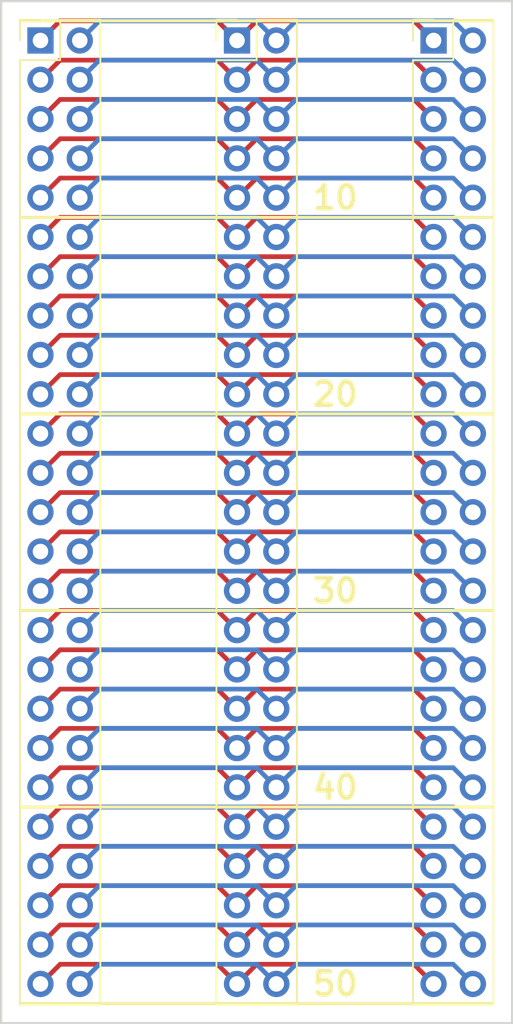
<source format=kicad_pcb>
(kicad_pcb (version 4) (host pcbnew 4.0.5)

  (general
    (links 100)
    (no_connects 0)
    (area 111.684999 63.424999 144.855001 129.615001)
    (thickness 1.6)
    (drawings 15)
    (tracks 304)
    (zones 0)
    (modules 3)
    (nets 51)
  )

  (page A4)
  (layers
    (0 F.Cu signal)
    (31 B.Cu signal)
    (32 B.Adhes user)
    (33 F.Adhes user)
    (34 B.Paste user)
    (35 F.Paste user)
    (36 B.SilkS user)
    (37 F.SilkS user)
    (38 B.Mask user)
    (39 F.Mask user)
    (40 Dwgs.User user)
    (41 Cmts.User user)
    (42 Eco1.User user)
    (43 Eco2.User user)
    (44 Edge.Cuts user)
    (45 Margin user)
    (46 B.CrtYd user)
    (47 F.CrtYd user)
    (48 B.Fab user)
    (49 F.Fab user)
  )

  (setup
    (last_trace_width 0.3048)
    (user_trace_width 0.3048)
    (trace_clearance 0.2)
    (zone_clearance 0.508)
    (zone_45_only no)
    (trace_min 0.2)
    (segment_width 0.2)
    (edge_width 0.15)
    (via_size 0.6)
    (via_drill 0.4)
    (via_min_size 0.4)
    (via_min_drill 0.3)
    (uvia_size 0.3)
    (uvia_drill 0.1)
    (uvias_allowed no)
    (uvia_min_size 0.2)
    (uvia_min_drill 0.1)
    (pcb_text_width 0.3)
    (pcb_text_size 1.5 1.5)
    (mod_edge_width 0.15)
    (mod_text_size 1 1)
    (mod_text_width 0.15)
    (pad_size 1.524 1.524)
    (pad_drill 0.762)
    (pad_to_mask_clearance 0.2)
    (aux_axis_origin 0 0)
    (visible_elements FFFFFF7F)
    (pcbplotparams
      (layerselection 0x00030_80000001)
      (usegerberextensions false)
      (excludeedgelayer true)
      (linewidth 0.100000)
      (plotframeref false)
      (viasonmask false)
      (mode 1)
      (useauxorigin false)
      (hpglpennumber 1)
      (hpglpenspeed 20)
      (hpglpendiameter 15)
      (hpglpenoverlay 2)
      (psnegative false)
      (psa4output false)
      (plotreference true)
      (plotvalue true)
      (plotinvisibletext false)
      (padsonsilk false)
      (subtractmaskfromsilk false)
      (outputformat 1)
      (mirror false)
      (drillshape 1)
      (scaleselection 1)
      (outputdirectory ""))
  )

  (net 0 "")
  (net 1 p1)
  (net 2 p2)
  (net 3 p3)
  (net 4 p4)
  (net 5 p5)
  (net 6 p6)
  (net 7 p7)
  (net 8 p8)
  (net 9 p9)
  (net 10 p10)
  (net 11 p11)
  (net 12 p12)
  (net 13 p13)
  (net 14 p14)
  (net 15 p15)
  (net 16 p16)
  (net 17 p17)
  (net 18 p18)
  (net 19 p19)
  (net 20 p20)
  (net 21 p21)
  (net 22 p22)
  (net 23 p23)
  (net 24 p24)
  (net 25 p25)
  (net 26 p26)
  (net 27 p27)
  (net 28 p28)
  (net 29 p29)
  (net 30 p30)
  (net 31 p31)
  (net 32 p32)
  (net 33 p33)
  (net 34 p34)
  (net 35 p35)
  (net 36 p36)
  (net 37 p37)
  (net 38 p38)
  (net 39 p39)
  (net 40 p40)
  (net 41 p41)
  (net 42 p42)
  (net 43 p43)
  (net 44 p44)
  (net 45 p45)
  (net 46 p46)
  (net 47 p47)
  (net 48 p48)
  (net 49 p49)
  (net 50 p50)

  (net_class Default "This is the default net class."
    (clearance 0.2)
    (trace_width 0.25)
    (via_dia 0.6)
    (via_drill 0.4)
    (uvia_dia 0.3)
    (uvia_drill 0.1)
    (add_net p1)
    (add_net p10)
    (add_net p11)
    (add_net p12)
    (add_net p13)
    (add_net p14)
    (add_net p15)
    (add_net p16)
    (add_net p17)
    (add_net p18)
    (add_net p19)
    (add_net p2)
    (add_net p20)
    (add_net p21)
    (add_net p22)
    (add_net p23)
    (add_net p24)
    (add_net p25)
    (add_net p26)
    (add_net p27)
    (add_net p28)
    (add_net p29)
    (add_net p3)
    (add_net p30)
    (add_net p31)
    (add_net p32)
    (add_net p33)
    (add_net p34)
    (add_net p35)
    (add_net p36)
    (add_net p37)
    (add_net p38)
    (add_net p39)
    (add_net p4)
    (add_net p40)
    (add_net p41)
    (add_net p42)
    (add_net p43)
    (add_net p44)
    (add_net p45)
    (add_net p46)
    (add_net p47)
    (add_net p48)
    (add_net p49)
    (add_net p5)
    (add_net p50)
    (add_net p6)
    (add_net p7)
    (add_net p8)
    (add_net p9)
  )

  (module Pin_Headers:Pin_Header_Straight_2x25_Pitch2.54mm (layer F.Cu) (tedit 5E515013) (tstamp 5E514C0E)
    (at 114.3 66.04)
    (descr "Through hole straight pin header, 2x25, 2.54mm pitch, double rows")
    (tags "Through hole pin header THT 2x25 2.54mm double row")
    (path /5E514DBB)
    (fp_text reference P1 (at 5.08 0) (layer F.SilkS) hide
      (effects (font (size 1 1) (thickness 0.15)))
    )
    (fp_text value CONN_02X25 (at 5.08 49.53 90) (layer F.Fab)
      (effects (font (size 1 1) (thickness 0.15)))
    )
    (fp_line (start 0 -1.27) (end 3.81 -1.27) (layer F.Fab) (width 0.1))
    (fp_line (start 3.81 -1.27) (end 3.81 62.23) (layer F.Fab) (width 0.1))
    (fp_line (start 3.81 62.23) (end -1.27 62.23) (layer F.Fab) (width 0.1))
    (fp_line (start -1.27 62.23) (end -1.27 0) (layer F.Fab) (width 0.1))
    (fp_line (start -1.27 0) (end 0 -1.27) (layer F.Fab) (width 0.1))
    (fp_line (start -1.33 62.29) (end 3.87 62.29) (layer F.SilkS) (width 0.12))
    (fp_line (start -1.33 1.27) (end -1.33 62.29) (layer F.SilkS) (width 0.12))
    (fp_line (start 3.87 -1.33) (end 3.87 62.29) (layer F.SilkS) (width 0.12))
    (fp_line (start -1.33 1.27) (end 1.27 1.27) (layer F.SilkS) (width 0.12))
    (fp_line (start 1.27 1.27) (end 1.27 -1.33) (layer F.SilkS) (width 0.12))
    (fp_line (start 1.27 -1.33) (end 3.87 -1.33) (layer F.SilkS) (width 0.12))
    (fp_line (start -1.33 0) (end -1.33 -1.33) (layer F.SilkS) (width 0.12))
    (fp_line (start -1.33 -1.33) (end 0 -1.33) (layer F.SilkS) (width 0.12))
    (fp_line (start -1.8 -1.8) (end -1.8 62.75) (layer F.CrtYd) (width 0.05))
    (fp_line (start -1.8 62.75) (end 4.35 62.75) (layer F.CrtYd) (width 0.05))
    (fp_line (start 4.35 62.75) (end 4.35 -1.8) (layer F.CrtYd) (width 0.05))
    (fp_line (start 4.35 -1.8) (end -1.8 -1.8) (layer F.CrtYd) (width 0.05))
    (fp_text user %R (at 1.27 30.48 90) (layer F.Fab)
      (effects (font (size 1 1) (thickness 0.15)))
    )
    (pad 1 thru_hole rect (at 0 0) (size 1.7 1.7) (drill 1) (layers *.Cu *.Mask)
      (net 1 p1))
    (pad 2 thru_hole oval (at 2.54 0) (size 1.7 1.7) (drill 1) (layers *.Cu *.Mask)
      (net 2 p2))
    (pad 3 thru_hole oval (at 0 2.54) (size 1.7 1.7) (drill 1) (layers *.Cu *.Mask)
      (net 3 p3))
    (pad 4 thru_hole oval (at 2.54 2.54) (size 1.7 1.7) (drill 1) (layers *.Cu *.Mask)
      (net 4 p4))
    (pad 5 thru_hole oval (at 0 5.08) (size 1.7 1.7) (drill 1) (layers *.Cu *.Mask)
      (net 5 p5))
    (pad 6 thru_hole oval (at 2.54 5.08) (size 1.7 1.7) (drill 1) (layers *.Cu *.Mask)
      (net 6 p6))
    (pad 7 thru_hole oval (at 0 7.62) (size 1.7 1.7) (drill 1) (layers *.Cu *.Mask)
      (net 7 p7))
    (pad 8 thru_hole oval (at 2.54 7.62) (size 1.7 1.7) (drill 1) (layers *.Cu *.Mask)
      (net 8 p8))
    (pad 9 thru_hole oval (at 0 10.16) (size 1.7 1.7) (drill 1) (layers *.Cu *.Mask)
      (net 9 p9))
    (pad 10 thru_hole oval (at 2.54 10.16) (size 1.7 1.7) (drill 1) (layers *.Cu *.Mask)
      (net 10 p10))
    (pad 11 thru_hole oval (at 0 12.7) (size 1.7 1.7) (drill 1) (layers *.Cu *.Mask)
      (net 11 p11))
    (pad 12 thru_hole oval (at 2.54 12.7) (size 1.7 1.7) (drill 1) (layers *.Cu *.Mask)
      (net 12 p12))
    (pad 13 thru_hole oval (at 0 15.24) (size 1.7 1.7) (drill 1) (layers *.Cu *.Mask)
      (net 13 p13))
    (pad 14 thru_hole oval (at 2.54 15.24) (size 1.7 1.7) (drill 1) (layers *.Cu *.Mask)
      (net 14 p14))
    (pad 15 thru_hole oval (at 0 17.78) (size 1.7 1.7) (drill 1) (layers *.Cu *.Mask)
      (net 15 p15))
    (pad 16 thru_hole oval (at 2.54 17.78) (size 1.7 1.7) (drill 1) (layers *.Cu *.Mask)
      (net 16 p16))
    (pad 17 thru_hole oval (at 0 20.32) (size 1.7 1.7) (drill 1) (layers *.Cu *.Mask)
      (net 17 p17))
    (pad 18 thru_hole oval (at 2.54 20.32) (size 1.7 1.7) (drill 1) (layers *.Cu *.Mask)
      (net 18 p18))
    (pad 19 thru_hole oval (at 0 22.86) (size 1.7 1.7) (drill 1) (layers *.Cu *.Mask)
      (net 19 p19))
    (pad 20 thru_hole oval (at 2.54 22.86) (size 1.7 1.7) (drill 1) (layers *.Cu *.Mask)
      (net 20 p20))
    (pad 21 thru_hole oval (at 0 25.4) (size 1.7 1.7) (drill 1) (layers *.Cu *.Mask)
      (net 21 p21))
    (pad 22 thru_hole oval (at 2.54 25.4) (size 1.7 1.7) (drill 1) (layers *.Cu *.Mask)
      (net 22 p22))
    (pad 23 thru_hole oval (at 0 27.94) (size 1.7 1.7) (drill 1) (layers *.Cu *.Mask)
      (net 23 p23))
    (pad 24 thru_hole oval (at 2.54 27.94) (size 1.7 1.7) (drill 1) (layers *.Cu *.Mask)
      (net 24 p24))
    (pad 25 thru_hole oval (at 0 30.48) (size 1.7 1.7) (drill 1) (layers *.Cu *.Mask)
      (net 25 p25))
    (pad 26 thru_hole oval (at 2.54 30.48) (size 1.7 1.7) (drill 1) (layers *.Cu *.Mask)
      (net 26 p26))
    (pad 27 thru_hole oval (at 0 33.02) (size 1.7 1.7) (drill 1) (layers *.Cu *.Mask)
      (net 27 p27))
    (pad 28 thru_hole oval (at 2.54 33.02) (size 1.7 1.7) (drill 1) (layers *.Cu *.Mask)
      (net 28 p28))
    (pad 29 thru_hole oval (at 0 35.56) (size 1.7 1.7) (drill 1) (layers *.Cu *.Mask)
      (net 29 p29))
    (pad 30 thru_hole oval (at 2.54 35.56) (size 1.7 1.7) (drill 1) (layers *.Cu *.Mask)
      (net 30 p30))
    (pad 31 thru_hole oval (at 0 38.1) (size 1.7 1.7) (drill 1) (layers *.Cu *.Mask)
      (net 31 p31))
    (pad 32 thru_hole oval (at 2.54 38.1) (size 1.7 1.7) (drill 1) (layers *.Cu *.Mask)
      (net 32 p32))
    (pad 33 thru_hole oval (at 0 40.64) (size 1.7 1.7) (drill 1) (layers *.Cu *.Mask)
      (net 33 p33))
    (pad 34 thru_hole oval (at 2.54 40.64) (size 1.7 1.7) (drill 1) (layers *.Cu *.Mask)
      (net 34 p34))
    (pad 35 thru_hole oval (at 0 43.18) (size 1.7 1.7) (drill 1) (layers *.Cu *.Mask)
      (net 35 p35))
    (pad 36 thru_hole oval (at 2.54 43.18) (size 1.7 1.7) (drill 1) (layers *.Cu *.Mask)
      (net 36 p36))
    (pad 37 thru_hole oval (at 0 45.72) (size 1.7 1.7) (drill 1) (layers *.Cu *.Mask)
      (net 37 p37))
    (pad 38 thru_hole oval (at 2.54 45.72) (size 1.7 1.7) (drill 1) (layers *.Cu *.Mask)
      (net 38 p38))
    (pad 39 thru_hole oval (at 0 48.26) (size 1.7 1.7) (drill 1) (layers *.Cu *.Mask)
      (net 39 p39))
    (pad 40 thru_hole oval (at 2.54 48.26) (size 1.7 1.7) (drill 1) (layers *.Cu *.Mask)
      (net 40 p40))
    (pad 41 thru_hole oval (at 0 50.8) (size 1.7 1.7) (drill 1) (layers *.Cu *.Mask)
      (net 41 p41))
    (pad 42 thru_hole oval (at 2.54 50.8) (size 1.7 1.7) (drill 1) (layers *.Cu *.Mask)
      (net 42 p42))
    (pad 43 thru_hole oval (at 0 53.34) (size 1.7 1.7) (drill 1) (layers *.Cu *.Mask)
      (net 43 p43))
    (pad 44 thru_hole oval (at 2.54 53.34) (size 1.7 1.7) (drill 1) (layers *.Cu *.Mask)
      (net 44 p44))
    (pad 45 thru_hole oval (at 0 55.88) (size 1.7 1.7) (drill 1) (layers *.Cu *.Mask)
      (net 45 p45))
    (pad 46 thru_hole oval (at 2.54 55.88) (size 1.7 1.7) (drill 1) (layers *.Cu *.Mask)
      (net 46 p46))
    (pad 47 thru_hole oval (at 0 58.42) (size 1.7 1.7) (drill 1) (layers *.Cu *.Mask)
      (net 47 p47))
    (pad 48 thru_hole oval (at 2.54 58.42) (size 1.7 1.7) (drill 1) (layers *.Cu *.Mask)
      (net 48 p48))
    (pad 49 thru_hole oval (at 0 60.96) (size 1.7 1.7) (drill 1) (layers *.Cu *.Mask)
      (net 49 p49))
    (pad 50 thru_hole oval (at 2.54 60.96) (size 1.7 1.7) (drill 1) (layers *.Cu *.Mask)
      (net 50 p50))
    (model ${KISYS3DMOD}/Pin_Headers.3dshapes/Pin_Header_Straight_2x25_Pitch2.54mm.wrl
      (at (xyz 0 0 0))
      (scale (xyz 1 1 1))
      (rotate (xyz 0 0 0))
    )
  )

  (module Pin_Headers:Pin_Header_Straight_2x25_Pitch2.54mm (layer F.Cu) (tedit 5E515020) (tstamp 5E514C44)
    (at 127 66.04)
    (descr "Through hole straight pin header, 2x25, 2.54mm pitch, double rows")
    (tags "Through hole pin header THT 2x25 2.54mm double row")
    (path /5E5146D4)
    (fp_text reference P2 (at 5.08 0) (layer F.SilkS) hide
      (effects (font (size 1 1) (thickness 0.15)))
    )
    (fp_text value CONN_02X25 (at -2.54 49.53 90) (layer F.Fab)
      (effects (font (size 1 1) (thickness 0.15)))
    )
    (fp_line (start 0 -1.27) (end 3.81 -1.27) (layer F.Fab) (width 0.1))
    (fp_line (start 3.81 -1.27) (end 3.81 62.23) (layer F.Fab) (width 0.1))
    (fp_line (start 3.81 62.23) (end -1.27 62.23) (layer F.Fab) (width 0.1))
    (fp_line (start -1.27 62.23) (end -1.27 0) (layer F.Fab) (width 0.1))
    (fp_line (start -1.27 0) (end 0 -1.27) (layer F.Fab) (width 0.1))
    (fp_line (start -1.33 62.29) (end 3.87 62.29) (layer F.SilkS) (width 0.12))
    (fp_line (start -1.33 1.27) (end -1.33 62.29) (layer F.SilkS) (width 0.12))
    (fp_line (start 3.87 -1.33) (end 3.87 62.29) (layer F.SilkS) (width 0.12))
    (fp_line (start -1.33 1.27) (end 1.27 1.27) (layer F.SilkS) (width 0.12))
    (fp_line (start 1.27 1.27) (end 1.27 -1.33) (layer F.SilkS) (width 0.12))
    (fp_line (start 1.27 -1.33) (end 3.87 -1.33) (layer F.SilkS) (width 0.12))
    (fp_line (start -1.33 0) (end -1.33 -1.33) (layer F.SilkS) (width 0.12))
    (fp_line (start -1.33 -1.33) (end 0 -1.33) (layer F.SilkS) (width 0.12))
    (fp_line (start -1.8 -1.8) (end -1.8 62.75) (layer F.CrtYd) (width 0.05))
    (fp_line (start -1.8 62.75) (end 4.35 62.75) (layer F.CrtYd) (width 0.05))
    (fp_line (start 4.35 62.75) (end 4.35 -1.8) (layer F.CrtYd) (width 0.05))
    (fp_line (start 4.35 -1.8) (end -1.8 -1.8) (layer F.CrtYd) (width 0.05))
    (fp_text user %R (at 1.27 30.48 90) (layer F.Fab)
      (effects (font (size 1 1) (thickness 0.15)))
    )
    (pad 1 thru_hole rect (at 0 0) (size 1.7 1.7) (drill 1) (layers *.Cu *.Mask)
      (net 1 p1))
    (pad 2 thru_hole oval (at 2.54 0) (size 1.7 1.7) (drill 1) (layers *.Cu *.Mask)
      (net 2 p2))
    (pad 3 thru_hole oval (at 0 2.54) (size 1.7 1.7) (drill 1) (layers *.Cu *.Mask)
      (net 3 p3))
    (pad 4 thru_hole oval (at 2.54 2.54) (size 1.7 1.7) (drill 1) (layers *.Cu *.Mask)
      (net 4 p4))
    (pad 5 thru_hole oval (at 0 5.08) (size 1.7 1.7) (drill 1) (layers *.Cu *.Mask)
      (net 5 p5))
    (pad 6 thru_hole oval (at 2.54 5.08) (size 1.7 1.7) (drill 1) (layers *.Cu *.Mask)
      (net 6 p6))
    (pad 7 thru_hole oval (at 0 7.62) (size 1.7 1.7) (drill 1) (layers *.Cu *.Mask)
      (net 7 p7))
    (pad 8 thru_hole oval (at 2.54 7.62) (size 1.7 1.7) (drill 1) (layers *.Cu *.Mask)
      (net 8 p8))
    (pad 9 thru_hole oval (at 0 10.16) (size 1.7 1.7) (drill 1) (layers *.Cu *.Mask)
      (net 9 p9))
    (pad 10 thru_hole oval (at 2.54 10.16) (size 1.7 1.7) (drill 1) (layers *.Cu *.Mask)
      (net 10 p10))
    (pad 11 thru_hole oval (at 0 12.7) (size 1.7 1.7) (drill 1) (layers *.Cu *.Mask)
      (net 11 p11))
    (pad 12 thru_hole oval (at 2.54 12.7) (size 1.7 1.7) (drill 1) (layers *.Cu *.Mask)
      (net 12 p12))
    (pad 13 thru_hole oval (at 0 15.24) (size 1.7 1.7) (drill 1) (layers *.Cu *.Mask)
      (net 13 p13))
    (pad 14 thru_hole oval (at 2.54 15.24) (size 1.7 1.7) (drill 1) (layers *.Cu *.Mask)
      (net 14 p14))
    (pad 15 thru_hole oval (at 0 17.78) (size 1.7 1.7) (drill 1) (layers *.Cu *.Mask)
      (net 15 p15))
    (pad 16 thru_hole oval (at 2.54 17.78) (size 1.7 1.7) (drill 1) (layers *.Cu *.Mask)
      (net 16 p16))
    (pad 17 thru_hole oval (at 0 20.32) (size 1.7 1.7) (drill 1) (layers *.Cu *.Mask)
      (net 17 p17))
    (pad 18 thru_hole oval (at 2.54 20.32) (size 1.7 1.7) (drill 1) (layers *.Cu *.Mask)
      (net 18 p18))
    (pad 19 thru_hole oval (at 0 22.86) (size 1.7 1.7) (drill 1) (layers *.Cu *.Mask)
      (net 19 p19))
    (pad 20 thru_hole oval (at 2.54 22.86) (size 1.7 1.7) (drill 1) (layers *.Cu *.Mask)
      (net 20 p20))
    (pad 21 thru_hole oval (at 0 25.4) (size 1.7 1.7) (drill 1) (layers *.Cu *.Mask)
      (net 21 p21))
    (pad 22 thru_hole oval (at 2.54 25.4) (size 1.7 1.7) (drill 1) (layers *.Cu *.Mask)
      (net 22 p22))
    (pad 23 thru_hole oval (at 0 27.94) (size 1.7 1.7) (drill 1) (layers *.Cu *.Mask)
      (net 23 p23))
    (pad 24 thru_hole oval (at 2.54 27.94) (size 1.7 1.7) (drill 1) (layers *.Cu *.Mask)
      (net 24 p24))
    (pad 25 thru_hole oval (at 0 30.48) (size 1.7 1.7) (drill 1) (layers *.Cu *.Mask)
      (net 25 p25))
    (pad 26 thru_hole oval (at 2.54 30.48) (size 1.7 1.7) (drill 1) (layers *.Cu *.Mask)
      (net 26 p26))
    (pad 27 thru_hole oval (at 0 33.02) (size 1.7 1.7) (drill 1) (layers *.Cu *.Mask)
      (net 27 p27))
    (pad 28 thru_hole oval (at 2.54 33.02) (size 1.7 1.7) (drill 1) (layers *.Cu *.Mask)
      (net 28 p28))
    (pad 29 thru_hole oval (at 0 35.56) (size 1.7 1.7) (drill 1) (layers *.Cu *.Mask)
      (net 29 p29))
    (pad 30 thru_hole oval (at 2.54 35.56) (size 1.7 1.7) (drill 1) (layers *.Cu *.Mask)
      (net 30 p30))
    (pad 31 thru_hole oval (at 0 38.1) (size 1.7 1.7) (drill 1) (layers *.Cu *.Mask)
      (net 31 p31))
    (pad 32 thru_hole oval (at 2.54 38.1) (size 1.7 1.7) (drill 1) (layers *.Cu *.Mask)
      (net 32 p32))
    (pad 33 thru_hole oval (at 0 40.64) (size 1.7 1.7) (drill 1) (layers *.Cu *.Mask)
      (net 33 p33))
    (pad 34 thru_hole oval (at 2.54 40.64) (size 1.7 1.7) (drill 1) (layers *.Cu *.Mask)
      (net 34 p34))
    (pad 35 thru_hole oval (at 0 43.18) (size 1.7 1.7) (drill 1) (layers *.Cu *.Mask)
      (net 35 p35))
    (pad 36 thru_hole oval (at 2.54 43.18) (size 1.7 1.7) (drill 1) (layers *.Cu *.Mask)
      (net 36 p36))
    (pad 37 thru_hole oval (at 0 45.72) (size 1.7 1.7) (drill 1) (layers *.Cu *.Mask)
      (net 37 p37))
    (pad 38 thru_hole oval (at 2.54 45.72) (size 1.7 1.7) (drill 1) (layers *.Cu *.Mask)
      (net 38 p38))
    (pad 39 thru_hole oval (at 0 48.26) (size 1.7 1.7) (drill 1) (layers *.Cu *.Mask)
      (net 39 p39))
    (pad 40 thru_hole oval (at 2.54 48.26) (size 1.7 1.7) (drill 1) (layers *.Cu *.Mask)
      (net 40 p40))
    (pad 41 thru_hole oval (at 0 50.8) (size 1.7 1.7) (drill 1) (layers *.Cu *.Mask)
      (net 41 p41))
    (pad 42 thru_hole oval (at 2.54 50.8) (size 1.7 1.7) (drill 1) (layers *.Cu *.Mask)
      (net 42 p42))
    (pad 43 thru_hole oval (at 0 53.34) (size 1.7 1.7) (drill 1) (layers *.Cu *.Mask)
      (net 43 p43))
    (pad 44 thru_hole oval (at 2.54 53.34) (size 1.7 1.7) (drill 1) (layers *.Cu *.Mask)
      (net 44 p44))
    (pad 45 thru_hole oval (at 0 55.88) (size 1.7 1.7) (drill 1) (layers *.Cu *.Mask)
      (net 45 p45))
    (pad 46 thru_hole oval (at 2.54 55.88) (size 1.7 1.7) (drill 1) (layers *.Cu *.Mask)
      (net 46 p46))
    (pad 47 thru_hole oval (at 0 58.42) (size 1.7 1.7) (drill 1) (layers *.Cu *.Mask)
      (net 47 p47))
    (pad 48 thru_hole oval (at 2.54 58.42) (size 1.7 1.7) (drill 1) (layers *.Cu *.Mask)
      (net 48 p48))
    (pad 49 thru_hole oval (at 0 60.96) (size 1.7 1.7) (drill 1) (layers *.Cu *.Mask)
      (net 49 p49))
    (pad 50 thru_hole oval (at 2.54 60.96) (size 1.7 1.7) (drill 1) (layers *.Cu *.Mask)
      (net 50 p50))
    (model ${KISYS3DMOD}/Pin_Headers.3dshapes/Pin_Header_Straight_2x25_Pitch2.54mm.wrl
      (at (xyz 0 0 0))
      (scale (xyz 1 1 1))
      (rotate (xyz 0 0 0))
    )
  )

  (module Pin_Headers:Pin_Header_Straight_2x25_Pitch2.54mm (layer F.Cu) (tedit 5E515028) (tstamp 5E514C7A)
    (at 139.7 66.04)
    (descr "Through hole straight pin header, 2x25, 2.54mm pitch, double rows")
    (tags "Through hole pin header THT 2x25 2.54mm double row")
    (path /5E514E52)
    (fp_text reference P3 (at -2.54 0) (layer F.SilkS) hide
      (effects (font (size 1 1) (thickness 0.15)))
    )
    (fp_text value CONN_02X25 (at -2.54 49.53 90) (layer F.Fab)
      (effects (font (size 1 1) (thickness 0.15)))
    )
    (fp_line (start 0 -1.27) (end 3.81 -1.27) (layer F.Fab) (width 0.1))
    (fp_line (start 3.81 -1.27) (end 3.81 62.23) (layer F.Fab) (width 0.1))
    (fp_line (start 3.81 62.23) (end -1.27 62.23) (layer F.Fab) (width 0.1))
    (fp_line (start -1.27 62.23) (end -1.27 0) (layer F.Fab) (width 0.1))
    (fp_line (start -1.27 0) (end 0 -1.27) (layer F.Fab) (width 0.1))
    (fp_line (start -1.33 62.29) (end 3.87 62.29) (layer F.SilkS) (width 0.12))
    (fp_line (start -1.33 1.27) (end -1.33 62.29) (layer F.SilkS) (width 0.12))
    (fp_line (start 3.87 -1.33) (end 3.87 62.29) (layer F.SilkS) (width 0.12))
    (fp_line (start -1.33 1.27) (end 1.27 1.27) (layer F.SilkS) (width 0.12))
    (fp_line (start 1.27 1.27) (end 1.27 -1.33) (layer F.SilkS) (width 0.12))
    (fp_line (start 1.27 -1.33) (end 3.87 -1.33) (layer F.SilkS) (width 0.12))
    (fp_line (start -1.33 0) (end -1.33 -1.33) (layer F.SilkS) (width 0.12))
    (fp_line (start -1.33 -1.33) (end 0 -1.33) (layer F.SilkS) (width 0.12))
    (fp_line (start -1.8 -1.8) (end -1.8 62.75) (layer F.CrtYd) (width 0.05))
    (fp_line (start -1.8 62.75) (end 4.35 62.75) (layer F.CrtYd) (width 0.05))
    (fp_line (start 4.35 62.75) (end 4.35 -1.8) (layer F.CrtYd) (width 0.05))
    (fp_line (start 4.35 -1.8) (end -1.8 -1.8) (layer F.CrtYd) (width 0.05))
    (fp_text user %R (at 1.27 30.48 90) (layer F.Fab)
      (effects (font (size 1 1) (thickness 0.15)))
    )
    (pad 1 thru_hole rect (at 0 0) (size 1.7 1.7) (drill 1) (layers *.Cu *.Mask)
      (net 1 p1))
    (pad 2 thru_hole oval (at 2.54 0) (size 1.7 1.7) (drill 1) (layers *.Cu *.Mask)
      (net 2 p2))
    (pad 3 thru_hole oval (at 0 2.54) (size 1.7 1.7) (drill 1) (layers *.Cu *.Mask)
      (net 3 p3))
    (pad 4 thru_hole oval (at 2.54 2.54) (size 1.7 1.7) (drill 1) (layers *.Cu *.Mask)
      (net 4 p4))
    (pad 5 thru_hole oval (at 0 5.08) (size 1.7 1.7) (drill 1) (layers *.Cu *.Mask)
      (net 5 p5))
    (pad 6 thru_hole oval (at 2.54 5.08) (size 1.7 1.7) (drill 1) (layers *.Cu *.Mask)
      (net 6 p6))
    (pad 7 thru_hole oval (at 0 7.62) (size 1.7 1.7) (drill 1) (layers *.Cu *.Mask)
      (net 7 p7))
    (pad 8 thru_hole oval (at 2.54 7.62) (size 1.7 1.7) (drill 1) (layers *.Cu *.Mask)
      (net 8 p8))
    (pad 9 thru_hole oval (at 0 10.16) (size 1.7 1.7) (drill 1) (layers *.Cu *.Mask)
      (net 9 p9))
    (pad 10 thru_hole oval (at 2.54 10.16) (size 1.7 1.7) (drill 1) (layers *.Cu *.Mask)
      (net 10 p10))
    (pad 11 thru_hole oval (at 0 12.7) (size 1.7 1.7) (drill 1) (layers *.Cu *.Mask)
      (net 11 p11))
    (pad 12 thru_hole oval (at 2.54 12.7) (size 1.7 1.7) (drill 1) (layers *.Cu *.Mask)
      (net 12 p12))
    (pad 13 thru_hole oval (at 0 15.24) (size 1.7 1.7) (drill 1) (layers *.Cu *.Mask)
      (net 13 p13))
    (pad 14 thru_hole oval (at 2.54 15.24) (size 1.7 1.7) (drill 1) (layers *.Cu *.Mask)
      (net 14 p14))
    (pad 15 thru_hole oval (at 0 17.78) (size 1.7 1.7) (drill 1) (layers *.Cu *.Mask)
      (net 15 p15))
    (pad 16 thru_hole oval (at 2.54 17.78) (size 1.7 1.7) (drill 1) (layers *.Cu *.Mask)
      (net 16 p16))
    (pad 17 thru_hole oval (at 0 20.32) (size 1.7 1.7) (drill 1) (layers *.Cu *.Mask)
      (net 17 p17))
    (pad 18 thru_hole oval (at 2.54 20.32) (size 1.7 1.7) (drill 1) (layers *.Cu *.Mask)
      (net 18 p18))
    (pad 19 thru_hole oval (at 0 22.86) (size 1.7 1.7) (drill 1) (layers *.Cu *.Mask)
      (net 19 p19))
    (pad 20 thru_hole oval (at 2.54 22.86) (size 1.7 1.7) (drill 1) (layers *.Cu *.Mask)
      (net 20 p20))
    (pad 21 thru_hole oval (at 0 25.4) (size 1.7 1.7) (drill 1) (layers *.Cu *.Mask)
      (net 21 p21))
    (pad 22 thru_hole oval (at 2.54 25.4) (size 1.7 1.7) (drill 1) (layers *.Cu *.Mask)
      (net 22 p22))
    (pad 23 thru_hole oval (at 0 27.94) (size 1.7 1.7) (drill 1) (layers *.Cu *.Mask)
      (net 23 p23))
    (pad 24 thru_hole oval (at 2.54 27.94) (size 1.7 1.7) (drill 1) (layers *.Cu *.Mask)
      (net 24 p24))
    (pad 25 thru_hole oval (at 0 30.48) (size 1.7 1.7) (drill 1) (layers *.Cu *.Mask)
      (net 25 p25))
    (pad 26 thru_hole oval (at 2.54 30.48) (size 1.7 1.7) (drill 1) (layers *.Cu *.Mask)
      (net 26 p26))
    (pad 27 thru_hole oval (at 0 33.02) (size 1.7 1.7) (drill 1) (layers *.Cu *.Mask)
      (net 27 p27))
    (pad 28 thru_hole oval (at 2.54 33.02) (size 1.7 1.7) (drill 1) (layers *.Cu *.Mask)
      (net 28 p28))
    (pad 29 thru_hole oval (at 0 35.56) (size 1.7 1.7) (drill 1) (layers *.Cu *.Mask)
      (net 29 p29))
    (pad 30 thru_hole oval (at 2.54 35.56) (size 1.7 1.7) (drill 1) (layers *.Cu *.Mask)
      (net 30 p30))
    (pad 31 thru_hole oval (at 0 38.1) (size 1.7 1.7) (drill 1) (layers *.Cu *.Mask)
      (net 31 p31))
    (pad 32 thru_hole oval (at 2.54 38.1) (size 1.7 1.7) (drill 1) (layers *.Cu *.Mask)
      (net 32 p32))
    (pad 33 thru_hole oval (at 0 40.64) (size 1.7 1.7) (drill 1) (layers *.Cu *.Mask)
      (net 33 p33))
    (pad 34 thru_hole oval (at 2.54 40.64) (size 1.7 1.7) (drill 1) (layers *.Cu *.Mask)
      (net 34 p34))
    (pad 35 thru_hole oval (at 0 43.18) (size 1.7 1.7) (drill 1) (layers *.Cu *.Mask)
      (net 35 p35))
    (pad 36 thru_hole oval (at 2.54 43.18) (size 1.7 1.7) (drill 1) (layers *.Cu *.Mask)
      (net 36 p36))
    (pad 37 thru_hole oval (at 0 45.72) (size 1.7 1.7) (drill 1) (layers *.Cu *.Mask)
      (net 37 p37))
    (pad 38 thru_hole oval (at 2.54 45.72) (size 1.7 1.7) (drill 1) (layers *.Cu *.Mask)
      (net 38 p38))
    (pad 39 thru_hole oval (at 0 48.26) (size 1.7 1.7) (drill 1) (layers *.Cu *.Mask)
      (net 39 p39))
    (pad 40 thru_hole oval (at 2.54 48.26) (size 1.7 1.7) (drill 1) (layers *.Cu *.Mask)
      (net 40 p40))
    (pad 41 thru_hole oval (at 0 50.8) (size 1.7 1.7) (drill 1) (layers *.Cu *.Mask)
      (net 41 p41))
    (pad 42 thru_hole oval (at 2.54 50.8) (size 1.7 1.7) (drill 1) (layers *.Cu *.Mask)
      (net 42 p42))
    (pad 43 thru_hole oval (at 0 53.34) (size 1.7 1.7) (drill 1) (layers *.Cu *.Mask)
      (net 43 p43))
    (pad 44 thru_hole oval (at 2.54 53.34) (size 1.7 1.7) (drill 1) (layers *.Cu *.Mask)
      (net 44 p44))
    (pad 45 thru_hole oval (at 0 55.88) (size 1.7 1.7) (drill 1) (layers *.Cu *.Mask)
      (net 45 p45))
    (pad 46 thru_hole oval (at 2.54 55.88) (size 1.7 1.7) (drill 1) (layers *.Cu *.Mask)
      (net 46 p46))
    (pad 47 thru_hole oval (at 0 58.42) (size 1.7 1.7) (drill 1) (layers *.Cu *.Mask)
      (net 47 p47))
    (pad 48 thru_hole oval (at 2.54 58.42) (size 1.7 1.7) (drill 1) (layers *.Cu *.Mask)
      (net 48 p48))
    (pad 49 thru_hole oval (at 0 60.96) (size 1.7 1.7) (drill 1) (layers *.Cu *.Mask)
      (net 49 p49))
    (pad 50 thru_hole oval (at 2.54 60.96) (size 1.7 1.7) (drill 1) (layers *.Cu *.Mask)
      (net 50 p50))
    (model ${KISYS3DMOD}/Pin_Headers.3dshapes/Pin_Header_Straight_2x25_Pitch2.54mm.wrl
      (at (xyz 0 0 0))
      (scale (xyz 1 1 1))
      (rotate (xyz 0 0 0))
    )
  )

  (gr_line (start 111.76 63.5) (end 111.76 129.54) (angle 90) (layer Edge.Cuts) (width 0.15))
  (gr_line (start 144.78 63.5) (end 111.76 63.5) (angle 90) (layer Edge.Cuts) (width 0.15))
  (gr_line (start 144.78 129.54) (end 144.78 63.5) (angle 90) (layer Edge.Cuts) (width 0.15))
  (gr_line (start 111.76 129.54) (end 144.78 129.54) (angle 90) (layer Edge.Cuts) (width 0.15))
  (gr_line (start 113.03 128.27) (end 143.51 128.27) (angle 90) (layer F.SilkS) (width 0.2))
  (gr_line (start 113.03 64.77) (end 143.51 64.77) (angle 90) (layer F.SilkS) (width 0.2))
  (gr_text 50 (at 133.35 127) (layer F.SilkS)
    (effects (font (size 1.5 1.5) (thickness 0.3)))
  )
  (gr_text 40 (at 133.35 114.3) (layer F.SilkS)
    (effects (font (size 1.5 1.5) (thickness 0.3)))
  )
  (gr_text 30 (at 133.35 101.6) (layer F.SilkS)
    (effects (font (size 1.5 1.5) (thickness 0.3)))
  )
  (gr_text 20 (at 133.35 88.9) (layer F.SilkS)
    (effects (font (size 1.5 1.5) (thickness 0.3)))
  )
  (gr_text 10 (at 133.35 76.2) (layer F.SilkS)
    (effects (font (size 1.5 1.5) (thickness 0.3)))
  )
  (gr_line (start 113.03 115.57) (end 143.51 115.57) (angle 90) (layer F.SilkS) (width 0.2))
  (gr_line (start 113.03 102.87) (end 143.51 102.87) (angle 90) (layer F.SilkS) (width 0.2))
  (gr_line (start 113.03 90.17) (end 143.51 90.17) (angle 90) (layer F.SilkS) (width 0.2))
  (gr_line (start 113.03 77.47) (end 143.51 77.47) (angle 90) (layer F.SilkS) (width 0.2))

  (segment (start 114.3 66.04) (end 115.57 64.77) (width 0.3048) (layer F.Cu) (net 1) (status 400000))
  (segment (start 125.73 64.77) (end 127 66.04) (width 0.3048) (layer F.Cu) (net 1) (tstamp 5E514DC1) (status 800000))
  (segment (start 115.57 64.77) (end 125.73 64.77) (width 0.3048) (layer F.Cu) (net 1) (tstamp 5E514DC0))
  (segment (start 127 66.04) (end 128.27 64.77) (width 0.3048) (layer F.Cu) (net 1) (tstamp 5E514DC2) (status 400000))
  (segment (start 128.27 64.77) (end 138.43 64.77) (width 0.3048) (layer F.Cu) (net 1) (tstamp 5E514DC3))
  (segment (start 138.43 64.77) (end 139.7 66.04) (width 0.3048) (layer F.Cu) (net 1) (tstamp 5E514DC4) (status 800000))
  (segment (start 116.84 66.04) (end 118.11 64.77) (width 0.3048) (layer B.Cu) (net 2) (status 400000))
  (segment (start 128.27 64.77) (end 129.54 66.04) (width 0.3048) (layer B.Cu) (net 2) (tstamp 5E514E71) (status 800000))
  (segment (start 118.11 64.77) (end 128.27 64.77) (width 0.3048) (layer B.Cu) (net 2) (tstamp 5E514E70))
  (segment (start 129.54 66.04) (end 130.81 64.77) (width 0.3048) (layer B.Cu) (net 2) (tstamp 5E514E72) (status 400000))
  (segment (start 130.81 64.77) (end 140.97 64.77) (width 0.3048) (layer B.Cu) (net 2) (tstamp 5E514E73))
  (segment (start 140.97 64.77) (end 142.24 66.04) (width 0.3048) (layer B.Cu) (net 2) (tstamp 5E514E74) (status 800000))
  (segment (start 114.3 68.58) (end 115.57 67.31) (width 0.3048) (layer F.Cu) (net 3) (status 400000))
  (segment (start 125.73 67.31) (end 127 68.58) (width 0.3048) (layer F.Cu) (net 3) (tstamp 5E514DC8) (status 800000))
  (segment (start 115.57 67.31) (end 125.73 67.31) (width 0.3048) (layer F.Cu) (net 3) (tstamp 5E514DC7))
  (segment (start 127 68.58) (end 128.27 67.31) (width 0.3048) (layer F.Cu) (net 3) (tstamp 5E514DC9) (status 400000))
  (segment (start 128.27 67.31) (end 138.43 67.31) (width 0.3048) (layer F.Cu) (net 3) (tstamp 5E514DCA))
  (segment (start 138.43 67.31) (end 139.7 68.58) (width 0.3048) (layer F.Cu) (net 3) (tstamp 5E514DCB) (status 800000))
  (segment (start 116.84 68.58) (end 118.11 67.31) (width 0.3048) (layer B.Cu) (net 4) (status 400000))
  (segment (start 128.27 67.31) (end 129.54 68.58) (width 0.3048) (layer B.Cu) (net 4) (tstamp 5E514E78) (status 800000))
  (segment (start 118.11 67.31) (end 128.27 67.31) (width 0.3048) (layer B.Cu) (net 4) (tstamp 5E514E77))
  (segment (start 129.54 68.58) (end 130.81 67.31) (width 0.3048) (layer B.Cu) (net 4) (tstamp 5E514E79) (status 400000))
  (segment (start 130.81 67.31) (end 140.97 67.31) (width 0.3048) (layer B.Cu) (net 4) (tstamp 5E514E7A))
  (segment (start 140.97 67.31) (end 142.24 68.58) (width 0.3048) (layer B.Cu) (net 4) (tstamp 5E514E7B) (status 800000))
  (segment (start 114.3 71.12) (end 115.57 69.85) (width 0.3048) (layer F.Cu) (net 5) (status 400000))
  (segment (start 125.73 69.85) (end 127 71.12) (width 0.3048) (layer F.Cu) (net 5) (tstamp 5E514DCF) (status 800000))
  (segment (start 115.57 69.85) (end 125.73 69.85) (width 0.3048) (layer F.Cu) (net 5) (tstamp 5E514DCE))
  (segment (start 127 71.12) (end 128.27 69.85) (width 0.3048) (layer F.Cu) (net 5) (tstamp 5E514DD0) (status 400000))
  (segment (start 128.27 69.85) (end 138.43 69.85) (width 0.3048) (layer F.Cu) (net 5) (tstamp 5E514DD1))
  (segment (start 138.43 69.85) (end 139.7 71.12) (width 0.3048) (layer F.Cu) (net 5) (tstamp 5E514DD2) (status 800000))
  (segment (start 116.84 71.12) (end 118.11 69.85) (width 0.3048) (layer B.Cu) (net 6) (status 400000))
  (segment (start 128.27 69.85) (end 129.54 71.12) (width 0.3048) (layer B.Cu) (net 6) (tstamp 5E514E7F) (status 800000))
  (segment (start 118.11 69.85) (end 128.27 69.85) (width 0.3048) (layer B.Cu) (net 6) (tstamp 5E514E7E))
  (segment (start 129.54 71.12) (end 130.81 69.85) (width 0.3048) (layer B.Cu) (net 6) (tstamp 5E514E80) (status 400000))
  (segment (start 130.81 69.85) (end 140.97 69.85) (width 0.3048) (layer B.Cu) (net 6) (tstamp 5E514E81))
  (segment (start 140.97 69.85) (end 142.24 71.12) (width 0.3048) (layer B.Cu) (net 6) (tstamp 5E514E82) (status 800000))
  (segment (start 114.3 73.66) (end 115.57 72.39) (width 0.3048) (layer F.Cu) (net 7) (status 400000))
  (segment (start 125.73 72.39) (end 127 73.66) (width 0.3048) (layer F.Cu) (net 7) (tstamp 5E514DD6) (status 800000))
  (segment (start 115.57 72.39) (end 125.73 72.39) (width 0.3048) (layer F.Cu) (net 7) (tstamp 5E514DD5))
  (segment (start 127 73.66) (end 128.27 72.39) (width 0.3048) (layer F.Cu) (net 7) (tstamp 5E514DD7) (status 400000))
  (segment (start 128.27 72.39) (end 138.43 72.39) (width 0.3048) (layer F.Cu) (net 7) (tstamp 5E514DD8))
  (segment (start 138.43 72.39) (end 139.7 73.66) (width 0.3048) (layer F.Cu) (net 7) (tstamp 5E514DD9) (status 800000))
  (segment (start 116.84 73.66) (end 118.11 72.39) (width 0.3048) (layer B.Cu) (net 8) (status 400000))
  (segment (start 128.27 72.39) (end 129.54 73.66) (width 0.3048) (layer B.Cu) (net 8) (tstamp 5E514E86) (status 800000))
  (segment (start 118.11 72.39) (end 128.27 72.39) (width 0.3048) (layer B.Cu) (net 8) (tstamp 5E514E85))
  (segment (start 129.54 73.66) (end 130.81 72.39) (width 0.3048) (layer B.Cu) (net 8) (tstamp 5E514E87) (status 400000))
  (segment (start 130.81 72.39) (end 140.97 72.39) (width 0.3048) (layer B.Cu) (net 8) (tstamp 5E514E88))
  (segment (start 140.97 72.39) (end 142.24 73.66) (width 0.3048) (layer B.Cu) (net 8) (tstamp 5E514E89) (status 800000))
  (segment (start 114.3 76.2) (end 115.57 74.93) (width 0.3048) (layer F.Cu) (net 9) (status 400000))
  (segment (start 125.73 74.93) (end 127 76.2) (width 0.3048) (layer F.Cu) (net 9) (tstamp 5E514DDD) (status 800000))
  (segment (start 115.57 74.93) (end 125.73 74.93) (width 0.3048) (layer F.Cu) (net 9) (tstamp 5E514DDC))
  (segment (start 127 76.2) (end 128.27 74.93) (width 0.3048) (layer F.Cu) (net 9) (tstamp 5E514DDE) (status 400000))
  (segment (start 128.27 74.93) (end 138.43 74.93) (width 0.3048) (layer F.Cu) (net 9) (tstamp 5E514DDF))
  (segment (start 138.43 74.93) (end 139.7 76.2) (width 0.3048) (layer F.Cu) (net 9) (tstamp 5E514DE0) (status 800000))
  (segment (start 116.84 76.2) (end 118.11 74.93) (width 0.3048) (layer B.Cu) (net 10) (status 400000))
  (segment (start 128.27 74.93) (end 129.54 76.2) (width 0.3048) (layer B.Cu) (net 10) (tstamp 5E514E8D) (status 800000))
  (segment (start 118.11 74.93) (end 128.27 74.93) (width 0.3048) (layer B.Cu) (net 10) (tstamp 5E514E8C))
  (segment (start 129.54 76.2) (end 130.81 74.93) (width 0.3048) (layer B.Cu) (net 10) (tstamp 5E514E8E) (status 400000))
  (segment (start 130.81 74.93) (end 140.97 74.93) (width 0.3048) (layer B.Cu) (net 10) (tstamp 5E514E8F))
  (segment (start 140.97 74.93) (end 142.24 76.2) (width 0.3048) (layer B.Cu) (net 10) (tstamp 5E514E90) (status 800000))
  (segment (start 114.3 78.74) (end 115.57 77.47) (width 0.3048) (layer F.Cu) (net 11) (status 400000))
  (segment (start 125.73 77.47) (end 127 78.74) (width 0.3048) (layer F.Cu) (net 11) (tstamp 5E514DE4) (status 800000))
  (segment (start 115.57 77.47) (end 125.73 77.47) (width 0.3048) (layer F.Cu) (net 11) (tstamp 5E514DE3))
  (segment (start 127 78.74) (end 128.27 77.47) (width 0.3048) (layer F.Cu) (net 11) (tstamp 5E514DE5) (status 400000))
  (segment (start 128.27 77.47) (end 138.43 77.47) (width 0.3048) (layer F.Cu) (net 11) (tstamp 5E514DE6))
  (segment (start 138.43 77.47) (end 139.7 78.74) (width 0.3048) (layer F.Cu) (net 11) (tstamp 5E514DE7) (status 800000))
  (segment (start 116.84 78.74) (end 118.11 77.47) (width 0.3048) (layer B.Cu) (net 12) (status 400000))
  (segment (start 128.27 77.47) (end 129.54 78.74) (width 0.3048) (layer B.Cu) (net 12) (tstamp 5E514E94) (status 800000))
  (segment (start 118.11 77.47) (end 128.27 77.47) (width 0.3048) (layer B.Cu) (net 12) (tstamp 5E514E93))
  (segment (start 129.54 78.74) (end 130.81 77.47) (width 0.3048) (layer B.Cu) (net 12) (tstamp 5E514E95) (status 400000))
  (segment (start 130.81 77.47) (end 140.97 77.47) (width 0.3048) (layer B.Cu) (net 12) (tstamp 5E514E96))
  (segment (start 140.97 77.47) (end 142.24 78.74) (width 0.3048) (layer B.Cu) (net 12) (tstamp 5E514E97) (status 800000))
  (segment (start 114.3 81.28) (end 115.57 80.01) (width 0.3048) (layer F.Cu) (net 13) (status 400000))
  (segment (start 125.73 80.01) (end 127 81.28) (width 0.3048) (layer F.Cu) (net 13) (tstamp 5E514DEB) (status 800000))
  (segment (start 115.57 80.01) (end 125.73 80.01) (width 0.3048) (layer F.Cu) (net 13) (tstamp 5E514DEA))
  (segment (start 127 81.28) (end 128.27 80.01) (width 0.3048) (layer F.Cu) (net 13) (tstamp 5E514DED) (status 400000))
  (segment (start 128.27 80.01) (end 138.43 80.01) (width 0.3048) (layer F.Cu) (net 13) (tstamp 5E514DEE))
  (segment (start 138.43 80.01) (end 139.7 81.28) (width 0.3048) (layer F.Cu) (net 13) (tstamp 5E514DEF) (status 800000))
  (segment (start 116.84 81.28) (end 118.11 80.01) (width 0.3048) (layer B.Cu) (net 14) (status 400000))
  (segment (start 128.27 80.01) (end 129.54 81.28) (width 0.3048) (layer B.Cu) (net 14) (tstamp 5E514E9B) (status 800000))
  (segment (start 118.11 80.01) (end 128.27 80.01) (width 0.3048) (layer B.Cu) (net 14) (tstamp 5E514E9A))
  (segment (start 129.54 81.28) (end 130.81 80.01) (width 0.3048) (layer B.Cu) (net 14) (tstamp 5E514E9C) (status 400000))
  (segment (start 130.81 80.01) (end 140.97 80.01) (width 0.3048) (layer B.Cu) (net 14) (tstamp 5E514E9D))
  (segment (start 140.97 80.01) (end 142.24 81.28) (width 0.3048) (layer B.Cu) (net 14) (tstamp 5E514E9E) (status 800000))
  (segment (start 114.3 83.82) (end 115.57 82.55) (width 0.3048) (layer F.Cu) (net 15) (status 400000))
  (segment (start 125.73 82.55) (end 127 83.82) (width 0.3048) (layer F.Cu) (net 15) (tstamp 5E514DF3) (status 800000))
  (segment (start 115.57 82.55) (end 125.73 82.55) (width 0.3048) (layer F.Cu) (net 15) (tstamp 5E514DF2))
  (segment (start 127 83.82) (end 128.27 82.55) (width 0.3048) (layer F.Cu) (net 15) (tstamp 5E514DF4) (status 400000))
  (segment (start 128.27 82.55) (end 138.43 82.55) (width 0.3048) (layer F.Cu) (net 15) (tstamp 5E514DF5))
  (segment (start 138.43 82.55) (end 139.7 83.82) (width 0.3048) (layer F.Cu) (net 15) (tstamp 5E514DF6) (status 800000))
  (segment (start 116.84 83.82) (end 118.11 82.55) (width 0.3048) (layer B.Cu) (net 16) (status 400000))
  (segment (start 128.27 82.55) (end 129.54 83.82) (width 0.3048) (layer B.Cu) (net 16) (tstamp 5E514EA2) (status 800000))
  (segment (start 118.11 82.55) (end 128.27 82.55) (width 0.3048) (layer B.Cu) (net 16) (tstamp 5E514EA1))
  (segment (start 129.54 83.82) (end 130.81 82.55) (width 0.3048) (layer B.Cu) (net 16) (tstamp 5E514EA3) (status 400000))
  (segment (start 130.81 82.55) (end 140.97 82.55) (width 0.3048) (layer B.Cu) (net 16) (tstamp 5E514EA4))
  (segment (start 140.97 82.55) (end 142.24 83.82) (width 0.3048) (layer B.Cu) (net 16) (tstamp 5E514EA5) (status 800000))
  (segment (start 114.3 86.36) (end 115.57 85.09) (width 0.3048) (layer F.Cu) (net 17) (status 400000))
  (segment (start 125.73 85.09) (end 127 86.36) (width 0.3048) (layer F.Cu) (net 17) (tstamp 5E514DFA) (status 800000))
  (segment (start 115.57 85.09) (end 125.73 85.09) (width 0.3048) (layer F.Cu) (net 17) (tstamp 5E514DF9))
  (segment (start 127 86.36) (end 128.27 85.09) (width 0.3048) (layer F.Cu) (net 17) (tstamp 5E514DFB) (status 400000))
  (segment (start 128.27 85.09) (end 138.43 85.09) (width 0.3048) (layer F.Cu) (net 17) (tstamp 5E514DFC))
  (segment (start 138.43 85.09) (end 139.7 86.36) (width 0.3048) (layer F.Cu) (net 17) (tstamp 5E514DFD) (status 800000))
  (segment (start 116.84 86.36) (end 118.11 85.09) (width 0.3048) (layer B.Cu) (net 18) (status 400000))
  (segment (start 128.27 85.09) (end 129.54 86.36) (width 0.3048) (layer B.Cu) (net 18) (tstamp 5E514EA9) (status 800000))
  (segment (start 118.11 85.09) (end 128.27 85.09) (width 0.3048) (layer B.Cu) (net 18) (tstamp 5E514EA8))
  (segment (start 129.54 86.36) (end 130.81 85.09) (width 0.3048) (layer B.Cu) (net 18) (tstamp 5E514EAA) (status 400000))
  (segment (start 130.81 85.09) (end 140.97 85.09) (width 0.3048) (layer B.Cu) (net 18) (tstamp 5E514EAB))
  (segment (start 140.97 85.09) (end 142.24 86.36) (width 0.3048) (layer B.Cu) (net 18) (tstamp 5E514EAC) (status 800000))
  (segment (start 114.3 88.9) (end 115.57 87.63) (width 0.3048) (layer F.Cu) (net 19) (status 400000))
  (segment (start 125.73 87.63) (end 127 88.9) (width 0.3048) (layer F.Cu) (net 19) (tstamp 5E514E01) (status 800000))
  (segment (start 115.57 87.63) (end 125.73 87.63) (width 0.3048) (layer F.Cu) (net 19) (tstamp 5E514E00))
  (segment (start 127 88.9) (end 128.27 87.63) (width 0.3048) (layer F.Cu) (net 19) (tstamp 5E514E02) (status 400000))
  (segment (start 128.27 87.63) (end 138.43 87.63) (width 0.3048) (layer F.Cu) (net 19) (tstamp 5E514E03))
  (segment (start 138.43 87.63) (end 139.7 88.9) (width 0.3048) (layer F.Cu) (net 19) (tstamp 5E514E04) (status 800000))
  (segment (start 116.84 88.9) (end 118.11 87.63) (width 0.3048) (layer B.Cu) (net 20) (status 400000))
  (segment (start 128.27 87.63) (end 129.54 88.9) (width 0.3048) (layer B.Cu) (net 20) (tstamp 5E514EB0) (status 800000))
  (segment (start 118.11 87.63) (end 128.27 87.63) (width 0.3048) (layer B.Cu) (net 20) (tstamp 5E514EAF))
  (segment (start 129.54 88.9) (end 130.81 87.63) (width 0.3048) (layer B.Cu) (net 20) (tstamp 5E514EB1) (status 400000))
  (segment (start 130.81 87.63) (end 140.97 87.63) (width 0.3048) (layer B.Cu) (net 20) (tstamp 5E514EB2))
  (segment (start 140.97 87.63) (end 142.24 88.9) (width 0.3048) (layer B.Cu) (net 20) (tstamp 5E514EB3) (status 800000))
  (segment (start 114.3 91.44) (end 115.57 90.17) (width 0.3048) (layer F.Cu) (net 21) (status 400000))
  (segment (start 125.73 90.17) (end 127 91.44) (width 0.3048) (layer F.Cu) (net 21) (tstamp 5E514E08) (status 800000))
  (segment (start 115.57 90.17) (end 125.73 90.17) (width 0.3048) (layer F.Cu) (net 21) (tstamp 5E514E07))
  (segment (start 127 91.44) (end 128.27 90.17) (width 0.3048) (layer F.Cu) (net 21) (tstamp 5E514E09) (status 400000))
  (segment (start 128.27 90.17) (end 138.43 90.17) (width 0.3048) (layer F.Cu) (net 21) (tstamp 5E514E0A))
  (segment (start 138.43 90.17) (end 139.7 91.44) (width 0.3048) (layer F.Cu) (net 21) (tstamp 5E514E0B) (status 800000))
  (segment (start 116.84 91.44) (end 118.11 90.17) (width 0.3048) (layer B.Cu) (net 22) (status 400000))
  (segment (start 128.27 90.17) (end 129.54 91.44) (width 0.3048) (layer B.Cu) (net 22) (tstamp 5E514EB7) (status 800000))
  (segment (start 118.11 90.17) (end 128.27 90.17) (width 0.3048) (layer B.Cu) (net 22) (tstamp 5E514EB6))
  (segment (start 129.54 91.44) (end 130.81 90.17) (width 0.3048) (layer B.Cu) (net 22) (tstamp 5E514EB8) (status 400000))
  (segment (start 130.81 90.17) (end 140.97 90.17) (width 0.3048) (layer B.Cu) (net 22) (tstamp 5E514EB9))
  (segment (start 140.97 90.17) (end 142.24 91.44) (width 0.3048) (layer B.Cu) (net 22) (tstamp 5E514EBA) (status 800000))
  (segment (start 114.3 93.98) (end 115.57 92.71) (width 0.3048) (layer F.Cu) (net 23) (status 400000))
  (segment (start 125.73 92.71) (end 127 93.98) (width 0.3048) (layer F.Cu) (net 23) (tstamp 5E514E0F) (status 800000))
  (segment (start 115.57 92.71) (end 125.73 92.71) (width 0.3048) (layer F.Cu) (net 23) (tstamp 5E514E0E))
  (segment (start 127 93.98) (end 128.27 92.71) (width 0.3048) (layer F.Cu) (net 23) (tstamp 5E514E10) (status 400000))
  (segment (start 128.27 92.71) (end 138.43 92.71) (width 0.3048) (layer F.Cu) (net 23) (tstamp 5E514E11))
  (segment (start 138.43 92.71) (end 139.7 93.98) (width 0.3048) (layer F.Cu) (net 23) (tstamp 5E514E12) (status 800000))
  (segment (start 116.84 93.98) (end 118.11 92.71) (width 0.3048) (layer B.Cu) (net 24) (status 400000))
  (segment (start 128.27 92.71) (end 129.54 93.98) (width 0.3048) (layer B.Cu) (net 24) (tstamp 5E514EC2) (status 800000))
  (segment (start 118.11 92.71) (end 128.27 92.71) (width 0.3048) (layer B.Cu) (net 24) (tstamp 5E514EC1))
  (segment (start 129.54 93.98) (end 130.81 92.71) (width 0.3048) (layer B.Cu) (net 24) (tstamp 5E514EC3) (status 400000))
  (segment (start 130.81 92.71) (end 140.97 92.71) (width 0.3048) (layer B.Cu) (net 24) (tstamp 5E514EC4))
  (segment (start 140.97 92.71) (end 142.24 93.98) (width 0.3048) (layer B.Cu) (net 24) (tstamp 5E514EC5) (status 800000))
  (segment (start 114.3 96.52) (end 115.57 95.25) (width 0.3048) (layer F.Cu) (net 25) (status 400000))
  (segment (start 125.73 95.25) (end 127 96.52) (width 0.3048) (layer F.Cu) (net 25) (tstamp 5E514E16) (status 800000))
  (segment (start 115.57 95.25) (end 125.73 95.25) (width 0.3048) (layer F.Cu) (net 25) (tstamp 5E514E15))
  (segment (start 127 96.52) (end 128.27 95.25) (width 0.3048) (layer F.Cu) (net 25) (tstamp 5E514E17) (status 400000))
  (segment (start 128.27 95.25) (end 138.43 95.25) (width 0.3048) (layer F.Cu) (net 25) (tstamp 5E514E18))
  (segment (start 138.43 95.25) (end 139.7 96.52) (width 0.3048) (layer F.Cu) (net 25) (tstamp 5E514E19) (status 800000))
  (segment (start 116.84 96.52) (end 118.11 95.25) (width 0.3048) (layer B.Cu) (net 26) (status 400000))
  (segment (start 128.27 95.25) (end 129.54 96.52) (width 0.3048) (layer B.Cu) (net 26) (tstamp 5E514EC9) (status 800000))
  (segment (start 118.11 95.25) (end 128.27 95.25) (width 0.3048) (layer B.Cu) (net 26) (tstamp 5E514EC8))
  (segment (start 129.54 96.52) (end 130.81 95.25) (width 0.3048) (layer B.Cu) (net 26) (tstamp 5E514ECA) (status 400000))
  (segment (start 130.81 95.25) (end 140.97 95.25) (width 0.3048) (layer B.Cu) (net 26) (tstamp 5E514ECB))
  (segment (start 140.97 95.25) (end 142.24 96.52) (width 0.3048) (layer B.Cu) (net 26) (tstamp 5E514ECC) (status 800000))
  (segment (start 114.3 99.06) (end 115.57 97.79) (width 0.3048) (layer F.Cu) (net 27) (status 400000))
  (segment (start 125.73 97.79) (end 127 99.06) (width 0.3048) (layer F.Cu) (net 27) (tstamp 5E514E1D) (status 800000))
  (segment (start 115.57 97.79) (end 125.73 97.79) (width 0.3048) (layer F.Cu) (net 27) (tstamp 5E514E1C))
  (segment (start 127 99.06) (end 128.27 97.79) (width 0.3048) (layer F.Cu) (net 27) (tstamp 5E514E1E) (status 400000))
  (segment (start 128.27 97.79) (end 138.43 97.79) (width 0.3048) (layer F.Cu) (net 27) (tstamp 5E514E1F))
  (segment (start 138.43 97.79) (end 139.7 99.06) (width 0.3048) (layer F.Cu) (net 27) (tstamp 5E514E20) (status 800000))
  (segment (start 116.84 99.06) (end 118.11 97.79) (width 0.3048) (layer B.Cu) (net 28) (status 400000))
  (segment (start 128.27 97.79) (end 129.54 99.06) (width 0.3048) (layer B.Cu) (net 28) (tstamp 5E514ED0) (status 800000))
  (segment (start 118.11 97.79) (end 128.27 97.79) (width 0.3048) (layer B.Cu) (net 28) (tstamp 5E514ECF))
  (segment (start 129.54 99.06) (end 130.81 97.79) (width 0.3048) (layer B.Cu) (net 28) (tstamp 5E514ED1) (status 400000))
  (segment (start 130.81 97.79) (end 140.97 97.79) (width 0.3048) (layer B.Cu) (net 28) (tstamp 5E514ED2))
  (segment (start 140.97 97.79) (end 142.24 99.06) (width 0.3048) (layer B.Cu) (net 28) (tstamp 5E514ED3) (status 800000))
  (segment (start 114.3 101.6) (end 115.57 100.33) (width 0.3048) (layer F.Cu) (net 29) (status 400000))
  (segment (start 125.73 100.33) (end 127 101.6) (width 0.3048) (layer F.Cu) (net 29) (tstamp 5E514E24) (status 800000))
  (segment (start 115.57 100.33) (end 125.73 100.33) (width 0.3048) (layer F.Cu) (net 29) (tstamp 5E514E23))
  (segment (start 127 101.6) (end 128.27 100.33) (width 0.3048) (layer F.Cu) (net 29) (tstamp 5E514E25) (status 400000))
  (segment (start 128.27 100.33) (end 138.43 100.33) (width 0.3048) (layer F.Cu) (net 29) (tstamp 5E514E26))
  (segment (start 138.43 100.33) (end 139.7 101.6) (width 0.3048) (layer F.Cu) (net 29) (tstamp 5E514E27) (status 800000))
  (segment (start 116.84 101.6) (end 118.11 100.33) (width 0.3048) (layer B.Cu) (net 30) (status 400000))
  (segment (start 128.27 100.33) (end 129.54 101.6) (width 0.3048) (layer B.Cu) (net 30) (tstamp 5E514ED7) (status 800000))
  (segment (start 118.11 100.33) (end 128.27 100.33) (width 0.3048) (layer B.Cu) (net 30) (tstamp 5E514ED6))
  (segment (start 129.54 101.6) (end 130.81 100.33) (width 0.3048) (layer B.Cu) (net 30) (tstamp 5E514ED8) (status 400000))
  (segment (start 130.81 100.33) (end 140.97 100.33) (width 0.3048) (layer B.Cu) (net 30) (tstamp 5E514ED9))
  (segment (start 140.97 100.33) (end 142.24 101.6) (width 0.3048) (layer B.Cu) (net 30) (tstamp 5E514EDA) (status 800000))
  (segment (start 114.3 104.14) (end 115.57 102.87) (width 0.3048) (layer F.Cu) (net 31) (status 400000))
  (segment (start 125.73 102.87) (end 127 104.14) (width 0.3048) (layer F.Cu) (net 31) (tstamp 5E514E2B) (status 800000))
  (segment (start 115.57 102.87) (end 125.73 102.87) (width 0.3048) (layer F.Cu) (net 31) (tstamp 5E514E2A))
  (segment (start 127 104.14) (end 128.27 102.87) (width 0.3048) (layer F.Cu) (net 31) (tstamp 5E514E2C) (status 400000))
  (segment (start 128.27 102.87) (end 138.43 102.87) (width 0.3048) (layer F.Cu) (net 31) (tstamp 5E514E2D))
  (segment (start 138.43 102.87) (end 139.7 104.14) (width 0.3048) (layer F.Cu) (net 31) (tstamp 5E514E2E) (status 800000))
  (segment (start 116.84 104.14) (end 118.11 102.87) (width 0.3048) (layer B.Cu) (net 32) (status 400000))
  (segment (start 128.27 102.87) (end 129.54 104.14) (width 0.3048) (layer B.Cu) (net 32) (tstamp 5E514EDE) (status 800000))
  (segment (start 118.11 102.87) (end 128.27 102.87) (width 0.3048) (layer B.Cu) (net 32) (tstamp 5E514EDD))
  (segment (start 129.54 104.14) (end 130.81 102.87) (width 0.3048) (layer B.Cu) (net 32) (tstamp 5E514EDF) (status 400000))
  (segment (start 130.81 102.87) (end 140.97 102.87) (width 0.3048) (layer B.Cu) (net 32) (tstamp 5E514EE0))
  (segment (start 140.97 102.87) (end 142.24 104.14) (width 0.3048) (layer B.Cu) (net 32) (tstamp 5E514EE1) (status 800000))
  (segment (start 114.3 106.68) (end 115.57 105.41) (width 0.3048) (layer F.Cu) (net 33) (status 400000))
  (segment (start 125.73 105.41) (end 127 106.68) (width 0.3048) (layer F.Cu) (net 33) (tstamp 5E514E32) (status 800000))
  (segment (start 115.57 105.41) (end 125.73 105.41) (width 0.3048) (layer F.Cu) (net 33) (tstamp 5E514E31))
  (segment (start 127 106.68) (end 128.27 105.41) (width 0.3048) (layer F.Cu) (net 33) (tstamp 5E514E33) (status 400000))
  (segment (start 128.27 105.41) (end 138.43 105.41) (width 0.3048) (layer F.Cu) (net 33) (tstamp 5E514E34))
  (segment (start 138.43 105.41) (end 139.7 106.68) (width 0.3048) (layer F.Cu) (net 33) (tstamp 5E514E35) (status 800000))
  (segment (start 116.84 106.68) (end 118.11 105.41) (width 0.3048) (layer B.Cu) (net 34) (status 400000))
  (segment (start 128.27 105.41) (end 129.54 106.68) (width 0.3048) (layer B.Cu) (net 34) (tstamp 5E514EE5) (status 800000))
  (segment (start 118.11 105.41) (end 128.27 105.41) (width 0.3048) (layer B.Cu) (net 34) (tstamp 5E514EE4))
  (segment (start 129.54 106.68) (end 130.81 105.41) (width 0.3048) (layer B.Cu) (net 34) (tstamp 5E514EE6) (status 400000))
  (segment (start 130.81 105.41) (end 140.97 105.41) (width 0.3048) (layer B.Cu) (net 34) (tstamp 5E514EE7))
  (segment (start 140.97 105.41) (end 142.24 106.68) (width 0.3048) (layer B.Cu) (net 34) (tstamp 5E514EE8) (status 800000))
  (segment (start 114.3 109.22) (end 115.57 107.95) (width 0.3048) (layer F.Cu) (net 35) (status 400000))
  (segment (start 125.73 107.95) (end 127 109.22) (width 0.3048) (layer F.Cu) (net 35) (tstamp 5E514E39) (status 800000))
  (segment (start 115.57 107.95) (end 125.73 107.95) (width 0.3048) (layer F.Cu) (net 35) (tstamp 5E514E38))
  (segment (start 127 109.22) (end 128.27 107.95) (width 0.3048) (layer F.Cu) (net 35) (tstamp 5E514E3A) (status 400000))
  (segment (start 128.27 107.95) (end 138.43 107.95) (width 0.3048) (layer F.Cu) (net 35) (tstamp 5E514E3B))
  (segment (start 138.43 107.95) (end 139.7 109.22) (width 0.3048) (layer F.Cu) (net 35) (tstamp 5E514E3C) (status 800000))
  (segment (start 116.84 109.22) (end 118.11 107.95) (width 0.3048) (layer B.Cu) (net 36) (status 400000))
  (segment (start 128.27 107.95) (end 129.54 109.22) (width 0.3048) (layer B.Cu) (net 36) (tstamp 5E514EEC) (status 800000))
  (segment (start 118.11 107.95) (end 128.27 107.95) (width 0.3048) (layer B.Cu) (net 36) (tstamp 5E514EEB))
  (segment (start 129.54 109.22) (end 130.81 107.95) (width 0.3048) (layer B.Cu) (net 36) (tstamp 5E514EED) (status 400000))
  (segment (start 130.81 107.95) (end 140.97 107.95) (width 0.3048) (layer B.Cu) (net 36) (tstamp 5E514EEE))
  (segment (start 140.97 107.95) (end 142.24 109.22) (width 0.3048) (layer B.Cu) (net 36) (tstamp 5E514EEF) (status 800000))
  (segment (start 114.3 111.76) (end 115.57 110.49) (width 0.3048) (layer F.Cu) (net 37) (status 400000))
  (segment (start 125.73 110.49) (end 127 111.76) (width 0.3048) (layer F.Cu) (net 37) (tstamp 5E514E40) (status 800000))
  (segment (start 115.57 110.49) (end 125.73 110.49) (width 0.3048) (layer F.Cu) (net 37) (tstamp 5E514E3F))
  (segment (start 127 111.76) (end 128.27 110.49) (width 0.3048) (layer F.Cu) (net 37) (tstamp 5E514E41) (status 400000))
  (segment (start 128.27 110.49) (end 138.43 110.49) (width 0.3048) (layer F.Cu) (net 37) (tstamp 5E514E42))
  (segment (start 138.43 110.49) (end 139.7 111.76) (width 0.3048) (layer F.Cu) (net 37) (tstamp 5E514E43) (status 800000))
  (segment (start 116.84 111.76) (end 118.11 110.49) (width 0.3048) (layer B.Cu) (net 38) (status 400000))
  (segment (start 118.11 110.49) (end 128.27 110.49) (width 0.3048) (layer B.Cu) (net 38) (tstamp 5E514EF9))
  (segment (start 128.27 110.49) (end 129.54 111.76) (width 0.3048) (layer B.Cu) (net 38) (tstamp 5E514EFA) (status 800000))
  (segment (start 129.54 111.76) (end 130.81 110.49) (width 0.3048) (layer B.Cu) (net 38) (tstamp 5E514EFB) (status 400000))
  (segment (start 130.81 110.49) (end 140.97 110.49) (width 0.3048) (layer B.Cu) (net 38) (tstamp 5E514EFC))
  (segment (start 140.97 110.49) (end 142.24 111.76) (width 0.3048) (layer B.Cu) (net 38) (tstamp 5E514EFD) (status 800000))
  (segment (start 128.27 110.49) (end 129.54 111.76) (width 0.3048) (layer B.Cu) (net 38) (tstamp 5E514EF3) (status 800000))
  (segment (start 118.11 110.49) (end 128.27 110.49) (width 0.3048) (layer B.Cu) (net 38) (tstamp 5E514EF2))
  (segment (start 129.54 111.76) (end 130.81 110.49) (width 0.3048) (layer B.Cu) (net 38) (tstamp 5E514EF4) (status 400000))
  (segment (start 130.81 110.49) (end 140.97 110.49) (width 0.3048) (layer B.Cu) (net 38) (tstamp 5E514EF5))
  (segment (start 114.3 114.3) (end 115.57 113.03) (width 0.3048) (layer F.Cu) (net 39) (status 400000))
  (segment (start 125.73 113.03) (end 127 114.3) (width 0.3048) (layer F.Cu) (net 39) (tstamp 5E514E47) (status 800000))
  (segment (start 115.57 113.03) (end 125.73 113.03) (width 0.3048) (layer F.Cu) (net 39) (tstamp 5E514E46))
  (segment (start 127 114.3) (end 128.27 113.03) (width 0.3048) (layer F.Cu) (net 39) (tstamp 5E514E48) (status 400000))
  (segment (start 128.27 113.03) (end 138.43 113.03) (width 0.3048) (layer F.Cu) (net 39) (tstamp 5E514E49))
  (segment (start 138.43 113.03) (end 139.7 114.3) (width 0.3048) (layer F.Cu) (net 39) (tstamp 5E514E4A) (status 800000))
  (segment (start 116.84 114.3) (end 118.11 113.03) (width 0.3048) (layer B.Cu) (net 40) (status 400000))
  (segment (start 128.27 113.03) (end 129.54 114.3) (width 0.3048) (layer B.Cu) (net 40) (tstamp 5E514F01) (status 800000))
  (segment (start 118.11 113.03) (end 128.27 113.03) (width 0.3048) (layer B.Cu) (net 40) (tstamp 5E514F00))
  (segment (start 129.54 114.3) (end 130.81 113.03) (width 0.3048) (layer B.Cu) (net 40) (tstamp 5E514F02) (status 400000))
  (segment (start 130.81 113.03) (end 140.97 113.03) (width 0.3048) (layer B.Cu) (net 40) (tstamp 5E514F03))
  (segment (start 140.97 113.03) (end 142.24 114.3) (width 0.3048) (layer B.Cu) (net 40) (tstamp 5E514F04) (status 800000))
  (segment (start 114.3 116.84) (end 115.57 115.57) (width 0.3048) (layer F.Cu) (net 41) (status 400000))
  (segment (start 125.73 115.57) (end 127 116.84) (width 0.3048) (layer F.Cu) (net 41) (tstamp 5E514E4E) (status 800000))
  (segment (start 115.57 115.57) (end 125.73 115.57) (width 0.3048) (layer F.Cu) (net 41) (tstamp 5E514E4D))
  (segment (start 127 116.84) (end 128.27 115.57) (width 0.3048) (layer F.Cu) (net 41) (tstamp 5E514E4F) (status 400000))
  (segment (start 128.27 115.57) (end 138.43 115.57) (width 0.3048) (layer F.Cu) (net 41) (tstamp 5E514E50))
  (segment (start 138.43 115.57) (end 139.7 116.84) (width 0.3048) (layer F.Cu) (net 41) (tstamp 5E514E51) (status 800000))
  (segment (start 116.84 116.84) (end 118.11 115.57) (width 0.3048) (layer B.Cu) (net 42) (status 400000))
  (segment (start 128.27 115.57) (end 129.54 116.84) (width 0.3048) (layer B.Cu) (net 42) (tstamp 5E514F08) (status 800000))
  (segment (start 118.11 115.57) (end 128.27 115.57) (width 0.3048) (layer B.Cu) (net 42) (tstamp 5E514F07))
  (segment (start 129.54 116.84) (end 130.81 115.57) (width 0.3048) (layer B.Cu) (net 42) (tstamp 5E514F09) (status 400000))
  (segment (start 130.81 115.57) (end 140.97 115.57) (width 0.3048) (layer B.Cu) (net 42) (tstamp 5E514F0A))
  (segment (start 140.97 115.57) (end 142.24 116.84) (width 0.3048) (layer B.Cu) (net 42) (tstamp 5E514F0B) (status 800000))
  (segment (start 114.3 119.38) (end 115.57 118.11) (width 0.3048) (layer F.Cu) (net 43) (status 400000))
  (segment (start 125.73 118.11) (end 127 119.38) (width 0.3048) (layer F.Cu) (net 43) (tstamp 5E514E55) (status 800000))
  (segment (start 115.57 118.11) (end 125.73 118.11) (width 0.3048) (layer F.Cu) (net 43) (tstamp 5E514E54))
  (segment (start 127 119.38) (end 128.27 118.11) (width 0.3048) (layer F.Cu) (net 43) (tstamp 5E514E56) (status 400000))
  (segment (start 128.27 118.11) (end 138.43 118.11) (width 0.3048) (layer F.Cu) (net 43) (tstamp 5E514E57))
  (segment (start 138.43 118.11) (end 139.7 119.38) (width 0.3048) (layer F.Cu) (net 43) (tstamp 5E514E58) (status 800000))
  (segment (start 116.84 119.38) (end 118.11 118.11) (width 0.3048) (layer B.Cu) (net 44) (status 400000))
  (segment (start 128.27 118.11) (end 129.54 119.38) (width 0.3048) (layer B.Cu) (net 44) (tstamp 5E514F0F) (status 800000))
  (segment (start 118.11 118.11) (end 128.27 118.11) (width 0.3048) (layer B.Cu) (net 44) (tstamp 5E514F0E))
  (segment (start 129.54 119.38) (end 130.81 118.11) (width 0.3048) (layer B.Cu) (net 44) (tstamp 5E514F10) (status 400000))
  (segment (start 130.81 118.11) (end 140.97 118.11) (width 0.3048) (layer B.Cu) (net 44) (tstamp 5E514F11))
  (segment (start 140.97 118.11) (end 142.24 119.38) (width 0.3048) (layer B.Cu) (net 44) (tstamp 5E514F12) (status 800000))
  (segment (start 114.3 121.92) (end 115.57 120.65) (width 0.3048) (layer F.Cu) (net 45) (status 400000))
  (segment (start 125.73 120.65) (end 127 121.92) (width 0.3048) (layer F.Cu) (net 45) (tstamp 5E514E5C) (status 800000))
  (segment (start 115.57 120.65) (end 125.73 120.65) (width 0.3048) (layer F.Cu) (net 45) (tstamp 5E514E5B))
  (segment (start 127 121.92) (end 128.27 120.65) (width 0.3048) (layer F.Cu) (net 45) (tstamp 5E514E5D) (status 400000))
  (segment (start 128.27 120.65) (end 138.43 120.65) (width 0.3048) (layer F.Cu) (net 45) (tstamp 5E514E5E))
  (segment (start 138.43 120.65) (end 139.7 121.92) (width 0.3048) (layer F.Cu) (net 45) (tstamp 5E514E5F) (status 800000))
  (segment (start 116.84 121.92) (end 118.11 120.65) (width 0.3048) (layer B.Cu) (net 46) (status 400000))
  (segment (start 128.27 120.65) (end 129.54 121.92) (width 0.3048) (layer B.Cu) (net 46) (tstamp 5E514F16) (status 800000))
  (segment (start 118.11 120.65) (end 128.27 120.65) (width 0.3048) (layer B.Cu) (net 46) (tstamp 5E514F15))
  (segment (start 129.54 121.92) (end 130.81 120.65) (width 0.3048) (layer B.Cu) (net 46) (tstamp 5E514F17) (status 400000))
  (segment (start 130.81 120.65) (end 140.97 120.65) (width 0.3048) (layer B.Cu) (net 46) (tstamp 5E514F18))
  (segment (start 140.97 120.65) (end 142.24 121.92) (width 0.3048) (layer B.Cu) (net 46) (tstamp 5E514F19) (status 800000))
  (segment (start 114.3 124.46) (end 115.57 123.19) (width 0.3048) (layer F.Cu) (net 47) (status 400000))
  (segment (start 125.73 123.19) (end 127 124.46) (width 0.3048) (layer F.Cu) (net 47) (tstamp 5E514E63) (status 800000))
  (segment (start 115.57 123.19) (end 125.73 123.19) (width 0.3048) (layer F.Cu) (net 47) (tstamp 5E514E62))
  (segment (start 127 124.46) (end 128.27 123.19) (width 0.3048) (layer F.Cu) (net 47) (tstamp 5E514E64) (status 400000))
  (segment (start 128.27 123.19) (end 138.43 123.19) (width 0.3048) (layer F.Cu) (net 47) (tstamp 5E514E65))
  (segment (start 138.43 123.19) (end 139.7 124.46) (width 0.3048) (layer F.Cu) (net 47) (tstamp 5E514E66) (status 800000))
  (segment (start 116.84 124.46) (end 118.11 123.19) (width 0.3048) (layer B.Cu) (net 48) (status 400000))
  (segment (start 128.27 123.19) (end 129.54 124.46) (width 0.3048) (layer B.Cu) (net 48) (tstamp 5E514F1D) (status 800000))
  (segment (start 118.11 123.19) (end 128.27 123.19) (width 0.3048) (layer B.Cu) (net 48) (tstamp 5E514F1C))
  (segment (start 129.54 124.46) (end 130.81 123.19) (width 0.3048) (layer B.Cu) (net 48) (tstamp 5E514F1E) (status 400000))
  (segment (start 130.81 123.19) (end 140.97 123.19) (width 0.3048) (layer B.Cu) (net 48) (tstamp 5E514F1F))
  (segment (start 140.97 123.19) (end 142.24 124.46) (width 0.3048) (layer B.Cu) (net 48) (tstamp 5E514F20) (status 800000))
  (segment (start 114.3 127) (end 115.57 125.73) (width 0.3048) (layer F.Cu) (net 49) (status 400000))
  (segment (start 125.73 125.73) (end 127 127) (width 0.3048) (layer F.Cu) (net 49) (tstamp 5E514E6A) (status 800000))
  (segment (start 115.57 125.73) (end 125.73 125.73) (width 0.3048) (layer F.Cu) (net 49) (tstamp 5E514E69))
  (segment (start 127 127) (end 128.27 125.73) (width 0.3048) (layer F.Cu) (net 49) (tstamp 5E514E6B) (status 400000))
  (segment (start 128.27 125.73) (end 138.43 125.73) (width 0.3048) (layer F.Cu) (net 49) (tstamp 5E514E6C))
  (segment (start 138.43 125.73) (end 139.7 127) (width 0.3048) (layer F.Cu) (net 49) (tstamp 5E514E6D) (status 800000))
  (segment (start 116.84 127) (end 118.11 125.73) (width 0.3048) (layer B.Cu) (net 50) (status 400000))
  (segment (start 128.27 125.73) (end 129.54 127) (width 0.3048) (layer B.Cu) (net 50) (tstamp 5E514F24) (status 800000))
  (segment (start 118.11 125.73) (end 128.27 125.73) (width 0.3048) (layer B.Cu) (net 50) (tstamp 5E514F23))
  (segment (start 129.54 127) (end 130.81 125.73) (width 0.3048) (layer B.Cu) (net 50) (tstamp 5E514F25) (status 400000))
  (segment (start 130.81 125.73) (end 140.97 125.73) (width 0.3048) (layer B.Cu) (net 50) (tstamp 5E514F26))
  (segment (start 140.97 125.73) (end 142.24 127) (width 0.3048) (layer B.Cu) (net 50) (tstamp 5E514F27) (status 800000))

)

</source>
